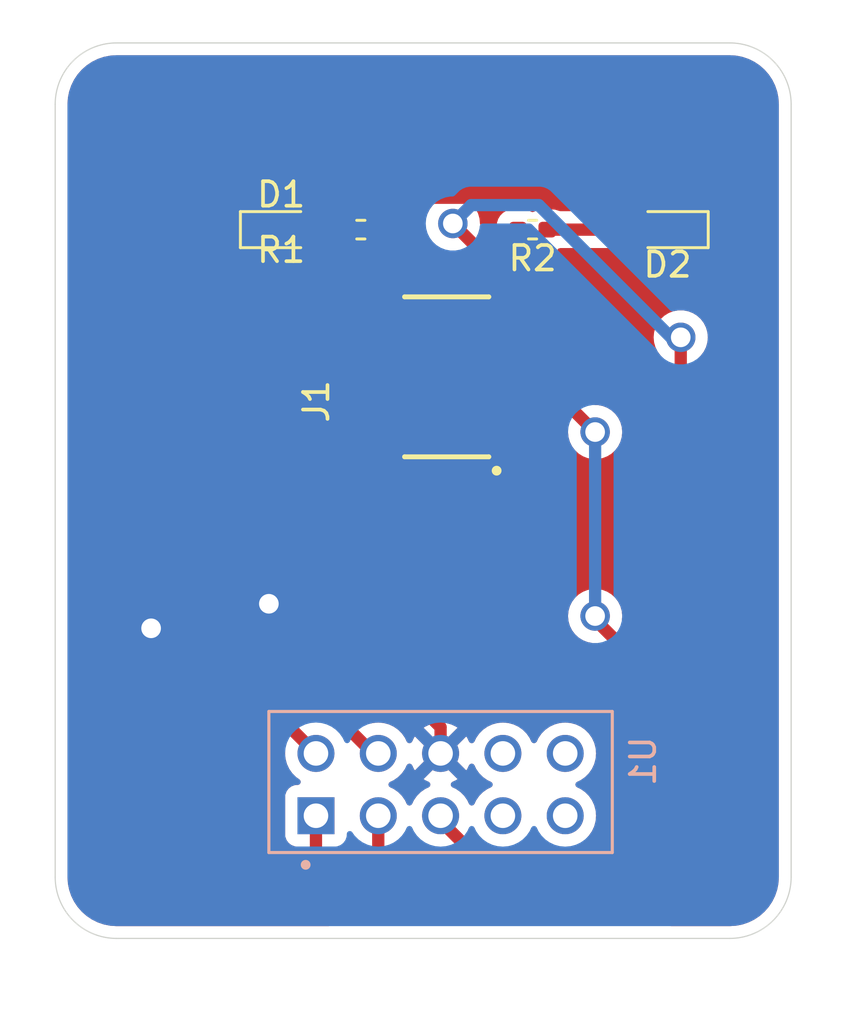
<source format=kicad_pcb>
(kicad_pcb (version 20240108) (generator "pcbnew") (generator_version "8.0")
  (layers (0 "F.Cu" signal) (31 "B.Cu" signal) (34 "B.Paste" user) (35 "F.Paste" user) (36 "B.SilkS" user "B.Silkscreen") (37 "F.SilkS" user "F.Silkscreen") (38 "B.Mask" user) (39 "F.Mask" user) (44 "Edge.Cuts" user))
  (net 0 "")
  (net 1 "GND")
  (net 2 "Net-(D1-A)")
  (net 3 "Net-(D2-A)")
  (net 6 "+5V")
  (net 8 "/TOF_GPIO")
  (net 10 "/I2C_SCL")
  (net 11 "/I2C_SDA")
  (net 12 "/TOF_XSHUT")
  (footprint "Resistor_SMD:R_0402_1005Metric_Pad0.72x0.64mm_HandSolder" (layer "F.Cu") (at 157.21 79.11)
    (property "Reference" "R1" (at -3.25 0.83 0) (layer "F.SilkS"))
    (property "Value" "3.3k")
    (fp_line (start -0.167621 -0.38) (end 0.167621 -0.38) (stroke (width 0.12)) (layer "F.SilkS"))
    (fp_line (start -0.167621 0.38) (end 0.167621 0.38) (stroke (width 0.12)) (layer "F.SilkS"))
    (pad "1" smd roundrect (at -0.5975 0) (size 0.715 0.64) (layers "F.Cu" "F.Paste" "F.Mask") (net 2 "Net-(D1-A)"))
    (pad "2" smd roundrect (at 0.5975 0) (size 0.715 0.64) (layers "F.Cu" "F.Paste" "F.Mask") (net 8 "/TOF_GPIO"))
  )
  (footprint "Resistor_SMD:R_0402_1005Metric_Pad0.72x0.64mm_HandSolder" (layer "F.Cu") (at 164.21 79.11 180)
    (property "Reference" "R2" (at 0 -1.17 0) (layer "F.SilkS"))
    (property "Value" "3.3k")
    (fp_line (start -0.167621 0.38) (end 0.167621 0.38) (stroke (width 0.12)) (layer "F.SilkS"))
    (fp_line (start -0.167621 -0.38) (end 0.167621 -0.38) (stroke (width 0.12)) (layer "F.SilkS"))
    (pad "1" smd roundrect (at -0.5975 0 180) (size 0.715 0.64) (layers "F.Cu" "F.Paste" "F.Mask") (net 3 "Net-(D2-A)"))
    (pad "2" smd roundrect (at 0.5975 0 180) (size 0.715 0.64) (layers "F.Cu" "F.Paste" "F.Mask") (net 12 "/TOF_XSHUT"))
  )
  (footprint "LED_SMD:LED_0603_1608Metric_Pad1.05x0.95mm_HandSolder" (layer "F.Cu") (at 169.71 79.11 180)
    (property "Reference" "D2" (at 0 -1.43 0) (layer "F.SilkS"))
    (property "Value" "LED")
    (fp_line (start 0.8 -0.735) (end -1.66 -0.735) (stroke (width 0.12)) (layer "F.SilkS"))
    (fp_line (start -1.66 0.735) (end 0.8 0.735) (stroke (width 0.12)) (layer "F.SilkS"))
    (fp_line (start -1.66 -0.735) (end -1.66 0.735) (stroke (width 0.12)) (layer "F.SilkS"))
    (pad "1" smd roundrect (at -0.875 0 180) (size 1.05 0.95) (layers "F.Cu" "F.Paste" "F.Mask") (net 1 "GND"))
    (pad "2" smd roundrect (at 0.875 0 180) (size 1.05 0.95) (layers "F.Cu" "F.Paste" "F.Mask") (net 3 "Net-(D2-A)"))
  )
  (footprint "JS:SAMTEC_FTSH-105-01-F-DV-P-TR" (layer "F.Cu") (at 160.71 85.11 90)
    (property "Reference" "J1" (at -1 -5.315 90) (layer "F.SilkS"))
    (property "Value" "FTSH-105-01-F-DV-P-TR")
    (fp_line (start 3.26 -1.715) (end 3.26 -1.715) (stroke (width 0.2)) (layer "F.SilkS"))
    (fp_line (start 3.26 -1.715) (end 3.26 1.715) (stroke (width 0.2)) (layer "F.SilkS"))
    (fp_line (start -3.26 -1.715) (end -3.26 -1.715) (stroke (width 0.2)) (layer "F.SilkS"))
    (fp_line (start 3.26 1.715) (end 3.26 1.715) (stroke (width 0.2)) (layer "F.SilkS"))
    (fp_line (start -3.26 1.715) (end -3.26 -1.715) (stroke (width 0.2)) (layer "F.SilkS"))
    (fp_line (start -3.26 1.715) (end -3.26 1.715) (stroke (width 0.2)) (layer "F.SilkS"))
    (fp_circle (center -3.825 2.035) (end -3.725 2.035) (stroke (width 0.2)) (fill none) (layer "F.SilkS"))
    (pad "01" smd rect (at -2.54 2.035 90) (size 0.74 2.79) (layers "F.Cu" "F.Paste" "F.Mask"))
    (pad "02" smd rect (at -2.54 -2.035 90) (size 0.74 2.79) (layers "F.Cu" "F.Paste" "F.Mask"))
    (pad "03" smd rect (at -1.27 2.035 90) (size 0.74 2.79) (layers "F.Cu" "F.Paste" "F.Mask"))
    (pad "04" smd rect (at -1.27 -2.035 90) (size 0.74 2.79) (layers "F.Cu" "F.Paste" "F.Mask"))
    (pad "05" smd rect (at 0 2.035 90) (size 0.74 2.79) (layers "F.Cu" "F.Paste" "F.Mask") (net 6 "+5V"))
    (pad "06" smd rect (at 0 -2.035 90) (size 0.74 2.79) (layers "F.Cu" "F.Paste" "F.Mask") (net 1 "GND"))
    (pad "07" smd rect (at 1.27 2.035 90) (size 0.74 2.79) (layers "F.Cu" "F.Paste" "F.Mask") (net 12 "/TOF_XSHUT"))
    (pad "08" smd rect (at 1.27 -2.035 90) (size 0.74 2.79) (layers "F.Cu" "F.Paste" "F.Mask") (net 11 "/I2C_SDA"))
    (pad "09" smd rect (at 2.54 2.035 90) (size 0.74 2.79) (layers "F.Cu" "F.Paste" "F.Mask") (net 8 "/TOF_GPIO"))
    (pad "10" smd rect (at 2.54 -2.035 90) (size 0.74 2.79) (layers "F.Cu" "F.Paste" "F.Mask") (net 10 "/I2C_SCL"))
  )
  (footprint "LED_SMD:LED_0603_1608Metric_Pad1.05x0.95mm_HandSolder" (layer "F.Cu") (at 153.96 79.11)
    (property "Reference" "D1" (at 0 -1.43 0) (layer "F.SilkS"))
    (property "Value" "LED")
    (fp_line (start -1.66 -0.735) (end -1.66 0.735) (stroke (width 0.12)) (layer "F.SilkS"))
    (fp_line (start -1.66 0.735) (end 0.8 0.735) (stroke (width 0.12)) (layer "F.SilkS"))
    (fp_line (start 0.8 -0.735) (end -1.66 -0.735) (stroke (width 0.12)) (layer "F.SilkS"))
    (pad "1" smd roundrect (at -0.875 0) (size 1.05 0.95) (layers "F.Cu" "F.Paste" "F.Mask") (net 1 "GND"))
    (pad "2" smd roundrect (at 0.875 0) (size 1.05 0.95) (layers "F.Cu" "F.Paste" "F.Mask") (net 2 "Net-(D1-A)"))
  )
  (footprint "VL53L1X:MODULE_VL53L1X-SATEL" (layer "B.Cu") (at 160.46 91.25 90)
    (property "Reference" "U1" (at -9.525 8.255 90) (layer "B.SilkS") (effects (justify mirror)))
    (property "Value" "VL53L1X-SATEL")
    (fp_line (start -7.5 -7) (end -13.25 -7) (stroke (width 0.127)) (layer "B.SilkS"))
    (fp_line (start -13.25 -7) (end -13.25 7) (stroke (width 0.127)) (layer "B.SilkS"))
    (fp_line (start -7.5 7) (end -7.5 -7) (stroke (width 0.127)) (layer "B.SilkS"))
    (fp_line (start -13.25 7) (end -7.5 7) (stroke (width 0.127)) (layer "B.SilkS"))
    (fp_circle (center -13.75 -5.5) (end -13.65 -5.5) (stroke (width 0.2)) (fill none) (layer "B.SilkS"))
    (pad "1" thru_hole rect (at -11.75 -5.08 90) (size 1.508 1.508) (drill 1) (layers "*.Cu" "*.Mask") (net 8 "/TOF_GPIO"))
    (pad "2" thru_hole circle (at -9.21 -5.08 90) (size 1.508 1.508) (drill 1) (layers "*.Cu" "*.Mask") (net 10 "/I2C_SCL"))
    (pad "3" thru_hole circle (at -11.75 -2.54 90) (size 1.508 1.508) (drill 1) (layers "*.Cu" "*.Mask") (net 12 "/TOF_XSHUT"))
    (pad "4" thru_hole circle (at -9.21 -2.54 90) (size 1.508 1.508) (drill 1) (layers "*.Cu" "*.Mask") (net 11 "/I2C_SDA"))
    (pad "5" thru_hole circle (at -11.75 0 90) (size 1.508 1.508) (drill 1) (layers "*.Cu" "*.Mask") (net 6 "+5V"))
    (pad "6" thru_hole circle (at -9.21 0 90) (size 1.508 1.508) (drill 1) (layers "*.Cu" "*.Mask") (net 1 "GND"))
    (pad "7" thru_hole circle (at -11.75 2.54 90) (size 1.508 1.508) (drill 1) (layers "*.Cu" "*.Mask"))
    (pad "8" thru_hole circle (at -9.21 2.54 90) (size 1.508 1.508) (drill 1) (layers "*.Cu" "*.Mask"))
    (pad "9" thru_hole circle (at -11.75 5.08 90) (size 1.508 1.508) (drill 1) (layers "*.Cu" "*.Mask"))
    (pad "10" thru_hole circle (at -9.21 5.08 90) (size 1.508 1.508) (drill 1) (layers "*.Cu" "*.Mask"))
  )
  (gr_arc (start 147.25 108) (mid 145.482233 107.267767) (end 144.75 105.5) (stroke (width 0.05)) (layer "Edge.Cuts"))
  (gr_line (start 172.25 108) (end 147.25 108) (stroke (width 0.05)) (layer "Edge.Cuts"))
  (gr_arc (start 144.75 74) (mid 145.482233 72.232233) (end 147.25 71.5) (stroke (width 0.05)) (layer "Edge.Cuts"))
  (gr_arc (start 172.25 71.5) (mid 174.017767 72.232233) (end 174.75 74) (stroke (width 0.05)) (layer "Edge.Cuts"))
  (gr_line (start 174.75 74) (end 174.75 105.5) (stroke (width 0.05)) (layer "Edge.Cuts"))
  (gr_line (start 144.75 105.5) (end 144.75 74) (stroke (width 0.05)) (layer "Edge.Cuts"))
  (gr_arc (start 174.75 105.5) (mid 174.017767 107.267767) (end 172.25 108) (stroke (width 0.05)) (layer "Edge.Cuts"))
  (gr_line (start 147.25 71.5) (end 172.25 71.5) (stroke (width 0.05)) (layer "Edge.Cuts"))
  (segment (start 154.385 77.81) (end 153.085 79.11) (width 0.5) (layer "F.Cu") (net 1))
  (segment (start 155.426317 94.36) (end 153.46 94.36) (width 0.5) (layer "F.Cu") (net 1))
  (segment (start 169.285 77.81) (end 154.385 77.81) (width 0.5) (layer "F.Cu") (net 1))
  (segment (start 157.28 85.11) (end 153.46 88.93) (width 0.5) (layer "F.Cu") (net 1))
  (segment (start 148.66 95.36) (end 148.66 83.535) (width 0.5) (layer "F.Cu") (net 1))
  (segment (start 160.46 100.46) (end 160.46 99.393683) (width 0.5) (layer "F.Cu") (net 1))
  (segment (start 160.46 99.393683) (end 155.426317 94.36) (width 0.5) (layer "F.Cu") (net 1))
  (segment (start 148.66 83.535) (end 153.085 79.11) (width 0.5) (layer "F.Cu") (net 1))
  (segment (start 170.585 79.11) (end 169.285 77.81) (width 0.5) (layer "F.Cu") (net 1))
  (segment (start 153.46 88.93) (end 153.46 94.36) (width 0.5) (layer "F.Cu") (net 1))
  (segment (start 158.675 85.11) (end 157.28 85.11) (width 0.5) (layer "F.Cu") (net 1))
  (via (at 153.46 94.36) (size 1.2) (drill 0.8) (layers "F.Cu" "B.Cu") (net 1))
  (via (at 148.66 95.36) (size 1.2) (drill 0.8) (layers "F.Cu" "B.Cu") (net 1))
  (segment (start 152.46 94.36) (end 149.66 94.36) (width 0.5) (layer "B.Cu") (net 1))
  (segment (start 153.46 94.36) (end 152.46 94.36) (width 0.5) (layer "B.Cu") (net 1))
  (segment (start 149.66 94.36) (end 148.66 95.36) (width 0.5) (layer "B.Cu") (net 1))
  (segment (start 156.6125 79.11) (end 154.835 79.11) (width 0.5) (layer "F.Cu") (net 2))
  (segment (start 164.8075 79.11) (end 168.835 79.11) (width 0.5) (layer "F.Cu") (net 3))
  (segment (start 162.745 85.11) (end 164.51 85.11) (width 0.5) (layer "F.Cu") (net 6))
  (segment (start 162.05 104.8) (end 168.2 104.8) (width 0.5) (layer "F.Cu") (net 6))
  (segment (start 170.25 102.75) (end 170.25 98.5) (width 0.5) (layer "F.Cu") (net 6))
  (segment (start 160.46 103.21) (end 162.05 104.8) (width 0.5) (layer "F.Cu") (net 6))
  (segment (start 164.51 85.11) (end 166.76 87.36) (width 0.5) (layer "F.Cu") (net 6))
  (segment (start 166.76 95.01) (end 166.76 94.86) (width 0.5) (layer "F.Cu") (net 6))
  (segment (start 160.46 103) (end 160.46 103.21) (width 0.5) (layer "F.Cu") (net 6))
  (segment (start 170.25 98.5) (end 166.76 95.01) (width 0.5) (layer "F.Cu") (net 6))
  (segment (start 168.2 104.8) (end 170.25 102.75) (width 0.5) (layer "F.Cu") (net 6))
  (via (at 166.76 94.86) (size 1.2) (drill 0.8) (layers "F.Cu" "B.Cu") (net 6))
  (via (at 166.76 87.36) (size 1.2) (drill 0.8) (layers "F.Cu" "B.Cu") (net 6))
  (segment (start 166.76 87.36) (end 166.76 94.86) (width 0.5) (layer "B.Cu") (net 6))
  (segment (start 159.285 79.11) (end 157.8075 79.11) (width 0.5) (layer "F.Cu") (net 8))
  (segment (start 169.25 106.75) (end 156.5 106.75) (width 0.5) (layer "F.Cu") (net 8))
  (segment (start 170.25 83.5) (end 170.25 85.354925) (width 0.5) (layer "F.Cu") (net 8))
  (segment (start 173 88.104925) (end 173 103) (width 0.5) (layer "F.Cu") (net 8))
  (segment (start 155.38 105.63) (end 155.38 103) (width 0.5) (layer "F.Cu") (net 8))
  (segment (start 162.745 82.57) (end 159.285 79.11) (width 0.5) (layer "F.Cu") (net 8))
  (segment (start 170.25 85.354925) (end 173 88.104925) (width 0.5) (layer "F.Cu") (net 8))
  (segment (start 162.745 80.645) (end 160.96 78.86) (width 0.5) (layer "F.Cu") (net 8))
  (segment (start 162.745 82.57) (end 162.745 80.645) (width 0.5) (layer "F.Cu") (net 8))
  (segment (start 173 103) (end 169.25 106.75) (width 0.5) (layer "F.Cu") (net 8))
  (segment (start 156.5 106.75) (end 155.38 105.63) (width 0.5) (layer "F.Cu") (net 8))
  (via (at 160.96 78.86) (size 1.2) (drill 0.8) (layers "F.Cu" "B.Cu") (net 8))
  (via (at 170.25 83.5) (size 1.2) (drill 0.8) (layers "F.Cu" "B.Cu") (net 8))
  (segment (start 160.96 78.86) (end 161.71 78.11) (width 0.5) (layer "B.Cu") (net 8))
  (segment (start 164.46 78.11) (end 169.85 83.5) (width 0.5) (layer "B.Cu") (net 8))
  (segment (start 169.85 83.5) (end 170.25 83.5) (width 0.5) (layer "B.Cu") (net 8))
  (segment (start 161.71 78.11) (end 164.46 78.11) (width 0.5) (layer "B.Cu") (net 8))
  (segment (start 151.71 87.64) (end 151.71 96.79) (width 0.5) (layer "F.Cu") (net 10))
  (segment (start 158.675 82.57) (end 156.78 82.57) (width 0.5) (layer "F.Cu") (net 10))
  (segment (start 151.71 96.79) (end 155.38 100.46) (width 0.5) (layer "F.Cu") (net 10))
  (segment (start 156.78 82.57) (end 151.71 87.64) (width 0.5) (layer "F.Cu") (net 10))
  (segment (start 156.78 83.84) (end 152.41 88.21) (width 0.5) (layer "F.Cu") (net 11))
  (segment (start 152.41 88.21) (end 152.41 95.16) (width 0.5) (layer "F.Cu") (net 11))
  (segment (start 158.675 83.84) (end 156.78 83.84) (width 0.5) (layer "F.Cu") (net 11))
  (segment (start 157.71 100.46) (end 157.92 100.46) (width 0.5) (layer "F.Cu") (net 11))
  (segment (start 152.41 95.16) (end 157.71 100.46) (width 0.5) (layer "F.Cu") (net 11))
  (segment (start 159 105.5) (end 168.75 105.5) (width 0.5) (layer "F.Cu") (net 12))
  (segment (start 164.835 83.735) (end 164.73 83.84) (width 0.5) (layer "F.Cu") (net 12))
  (segment (start 162.745 83.84) (end 164.73 83.84) (width 0.5) (layer "F.Cu") (net 12))
  (segment (start 171.75 88.04) (end 165.71 82) (width 0.5) (layer "F.Cu") (net 12))
  (segment (start 165.71 82) (end 165.71 81.61) (width 0.5) (layer "F.Cu") (net 12))
  (segment (start 163.6125 79.5125) (end 163.6125 79.11) (width 0.5) (layer "F.Cu") (net 12))
  (segment (start 171.75 102.5) (end 171.75 88.04) (width 0.5) (layer "F.Cu") (net 12))
  (segment (start 157.92 104.42) (end 159 105.5) (width 0.5) (layer "F.Cu") (net 12))
  (segment (start 165.71 81.61) (end 163.6125 79.5125) (width 0.5) (layer "F.Cu") (net 12))
  (segment (start 164.835 83.735) (end 165.71 82.86) (width 0.5) (layer "F.Cu") (net 12))
  (segment (start 165.71 82.86) (end 165.71 82) (width 0.5) (layer "F.Cu") (net 12))
  (segment (start 168.75 105.5) (end 171.75 102.5) (width 0.5) (layer "F.Cu") (net 12))
  (segment (start 157.92 103) (end 157.92 104.42) (width 0.5) (layer "F.Cu") (net 12))
  (zone (net 1) (net_name "GND") (layers "F&B.Cu") (connect_pads (clearance 0.5)) (min_thickness 0.25) (fill yes (thermal_gap 0.5) (thermal_bridge_width 0.5))
    (polygon (pts (xy 177.5 69.75) (xy 177.5 111.25) (xy 142.5 111.5) (xy 142.5 70)))
  )
)
</source>
